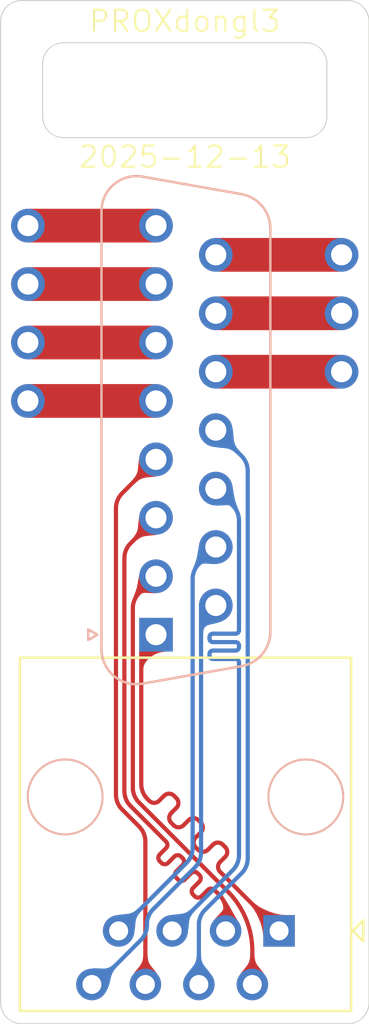
<source format=kicad_pcb>
(kicad_pcb (version 20241229) (generator "pcbnew") (generator_version "9.0")
  (layers (0 "F.Cu" signal) (2 "B.Cu" signal) (13 "F.Paste" user) (15 "B.Paste" user) (5 "F.SilkS" user "F.Silkscreen") (7 "B.SilkS" user "B.Silkscreen") (1 "F.Mask" user) (3 "B.Mask" user) (25 "Edge.Cuts" user))
  (net 0 "")
  (net 1 "unconnected-(J1-P14-Pad14)")
  (net 2 "/ETH7")
  (net 3 "/ETH6")
  (net 4 "unconnected-(J1-P15-Pad15)")
  (net 5 "/ETH1")
  (net 6 "unconnected-(J1-Pad7)")
  (net 7 "/ETH8")
  (net 8 "/ETH5")
  (net 9 "unconnected-(J1-Pad8)")
  (net 10 "unconnected-(J1-P13-Pad13)")
  (net 11 "/ETH4")
  (net 12 "/ETH3")
  (net 13 "unconnected-(J1-Pad6)")
  (net 14 "/ETH2")
  (net 15 "unconnected-(J1-Pad5)")
  (footprint "" (layer "F.Cu") (at 101.3 60.67)
    (property "Reference" "" (at 0 0 0) (layer "F.SilkS") (effects (font (size 1.27 1.27))))
    (property "Value" "")
    (pad "8" thru_hole circle (at 0 0 270) (size 1.6 1.6) (drill 1) (layers "*.Cu" "*.Mask") (net 9 "unconnected-(J1-Pad8)"))
  )
  (footprint "" (layer "F.Cu") (at 116.2 64.825)
    (property "Reference" "" (at 0 0 0) (layer "F.SilkS") (effects (font (size 1.27 1.27))))
    (property "Value" "")
    (pad "14" thru_hole circle (at 0 0 270) (size 1.6 1.6) (drill 1) (layers "*.Cu" "*.Mask") (net 1 "unconnected-(J1-P14-Pad14)"))
  )
  (footprint "" (layer "F.Cu") (at 116.2 67.595)
    (property "Reference" "" (at 0 0 0) (layer "F.SilkS") (effects (font (size 1.27 1.27))))
    (property "Value" "")
    (pad "13" thru_hole circle (at 0 0 270) (size 1.6 1.6) (drill 1) (layers "*.Cu" "*.Mask") (net 10 "unconnected-(J1-P13-Pad13)"))
  )
  (footprint "" (layer "F.Cu") (at 101.304188 63.44)
    (property "Reference" "" (at 0 0 0) (layer "F.SilkS") (effects (font (size 1.27 1.27))))
    (property "Value" "")
    (pad "7" thru_hole circle (at 0 0 270) (size 1.6 1.6) (drill 1) (layers "*.Cu" "*.Mask") (net 6 "unconnected-(J1-Pad7)"))
  )
  (footprint "" (layer "F.Cu") (at 101.3 68.98)
    (property "Reference" "" (at 0 0 0) (layer "F.SilkS") (effects (font (size 1.27 1.27))))
    (property "Value" "")
    (pad "5" thru_hole circle (at 0 0 270) (size 1.6 1.6) (drill 1) (layers "*.Cu" "*.Mask") (net 15 "unconnected-(J1-Pad5)"))
  )
  (footprint "" (layer "F.Cu") (at 116.2 62.055)
    (property "Reference" "" (at 0 0 0) (layer "F.SilkS") (effects (font (size 1.27 1.27))))
    (property "Value" "")
    (pad "15" thru_hole circle (at 0 0 270) (size 1.6 1.6) (drill 1) (layers "*.Cu" "*.Mask") (net 4 "unconnected-(J1-P15-Pad15)"))
  )
  (footprint "" (layer "F.Cu") (at 101.3 66.21)
    (property "Reference" "" (at 0 0 0) (layer "F.SilkS") (effects (font (size 1.27 1.27))))
    (property "Value" "")
    (pad "6" thru_hole circle (at 0 0 270) (size 1.6 1.6) (drill 1) (layers "*.Cu" "*.Mask") (net 13 "unconnected-(J1-Pad6)"))
  )
  (footprint "Connector_RJ:RJ45_OST_PJ012-8P8CX_Vertical" (layer "F.Cu") (at 113.23 94.1 180)
    (property "Reference" "J2" (hide yes))
    (property "Value" "RJ45" (hide yes))
    (fp_line (start 12.31 12.95) (end -3.42 12.95) (stroke (width 0.12)) (layer "F.SilkS"))
    (fp_line (start 12.31 -3.79) (end 12.31 12.95) (stroke (width 0.12)) (layer "F.SilkS"))
    (fp_line (start 12.3 -3.79) (end -3.42 -3.79) (stroke (width 0.12)) (layer "F.SilkS"))
    (fp_line (start -3.42 -3.79) (end -3.42 12.95) (stroke (width 0.12)) (layer "F.SilkS"))
    (fp_line (start -3.5 0) (end -4 -0.5) (stroke (width 0.12)) (layer "F.SilkS"))
    (fp_line (start -4 0.5) (end -3.5 0) (stroke (width 0.12)) (layer "F.SilkS"))
    (fp_line (start -4 -0.5) (end -4 0.5) (stroke (width 0.12)) (layer "F.SilkS"))
    (pad "" np_thru_hole circle (at -1.27 6.35 180) (size 3.65 3.65) (drill 3.45) (layers "*.Cu" "*.SilkS" "*.Mask"))
    (pad "" np_thru_hole circle (at 10.16 6.35 180) (size 3.65 3.65) (drill 3.45) (layers "*.Cu" "*.SilkS" "*.Mask"))
    (pad "1" thru_hole rect (at 0 0 180) (size 1.5 1.5) (drill 0.9) (layers "*.Cu" "*.Mask") (net 5 "/ETH1"))
    (pad "2" thru_hole circle (at 1.27 -2.54 180) (size 1.5 1.5) (drill 0.9) (layers "*.Cu" "*.Mask") (net 14 "/ETH2"))
    (pad "3" thru_hole circle (at 2.54 0 180) (size 1.5 1.5) (drill 0.9) (layers "*.Cu" "*.Mask") (net 12 "/ETH3"))
    (pad "4" thru_hole circle (at 3.81 -2.54 180) (size 1.5 1.5) (drill 0.9) (layers "*.Cu" "*.Mask") (net 11 "/ETH4"))
    (pad "5" thru_hole circle (at 5.08 0 180) (size 1.5 1.5) (drill 0.9) (layers "*.Cu" "*.Mask") (net 8 "/ETH5"))
    (pad "6" thru_hole circle (at 6.35 -2.54 180) (size 1.5 1.5) (drill 0.9) (layers "*.Cu" "*.Mask") (net 3 "/ETH6"))
    (pad "7" thru_hole circle (at 7.62 0 180) (size 1.5 1.5) (drill 0.9) (layers "*.Cu" "*.Mask") (net 2 "/ETH7"))
    (pad "8" thru_hole circle (at 8.89 -2.54 180) (size 1.5 1.5) (drill 0.9) (layers "*.Cu" "*.Mask") (net 7 "/ETH8"))
  )
  (footprint "Connector_Dsub:DSUB-15_Socket_Vertical_P2.77x2.84mm" (layer "B.Cu") (at 107.385 80.06 -90)
    (property "Reference" "J1" (hide yes))
    (property "Value" "DA15_Socket" (hide yes))
    (fp_line (start -0.248149 3.216506) (end 0.251851 3.216506) (stroke (width 0.12)) (layer "B.SilkS"))
    (fp_line (start 0.251851 3.216506) (end 0.001851 2.783493) (stroke (width 0.12)) (layer "B.SilkS"))
    (fp_line (start 0.001851 2.783493) (end -0.248149 3.216506) (stroke (width 0.12)) (layer "B.SilkS"))
    (fp_line (start -20.076689 2.59) (end 0.686689 2.59) (stroke (width 0.12)) (layer "B.SilkS"))
    (fp_line (start 2.32147 0.641744) (end 1.492733 -4.058256) (stroke (width 0.12)) (layer "B.SilkS"))
    (fp_line (start -20.882733 -4.058256) (end -21.71147 0.641744) (stroke (width 0.12)) (layer "B.SilkS"))
    (fp_line (start -0.142048 -5.43) (end -19.247952 -5.43) (stroke (width 0.12)) (layer "B.SilkS"))
    (fp_arc (start -20.076689 2.59) (mid -21.348323 1.997027) (end -21.71147 0.641744) (stroke (width 0.12)) (layer "B.SilkS"))
    (fp_arc (start 2.32147 0.641744) (mid 1.958323 1.997027) (end 0.686689 2.59) (stroke (width 0.12)) (layer "B.SilkS"))
    (fp_arc (start -20.882733 -4.058256) (mid -20.31498 -5.041634) (end -19.247952 -5.43) (stroke (width 0.12)) (layer "B.SilkS"))
    (fp_arc (start -0.142048 -5.43) (mid 0.92498 -5.041634) (end 1.492733 -4.058256) (stroke (width 0.12)) (layer "B.SilkS"))
    (pad "1" thru_hole rect (at 0 0 270) (size 1.6 1.6) (drill 1) (layers "*.Cu" "*.Mask") (net 5 "/ETH1"))
    (pad "2" thru_hole circle (at -2.77 0 270) (size 1.6 1.6) (drill 1) (layers "*.Cu" "*.Mask") (net 14 "/ETH2"))
    (pad "3" thru_hole circle (at -5.54 0 270) (size 1.6 1.6) (drill 1) (layers "*.Cu" "*.Mask") (net 12 "/ETH3"))
    (pad "4" thru_hole circle (at -8.31 0 270) (size 1.6 1.6) (drill 1) (layers "*.Cu" "*.Mask") (net 3 "/ETH6"))
    (pad "5" thru_hole circle (at -11.08 0 270) (size 1.6 1.6) (drill 1) (layers "*.Cu" "*.Mask") (net 15 "unconnected-(J1-Pad5)"))
    (pad "6" thru_hole circle (at -13.85 0 270) (size 1.6 1.6) (drill 1) (layers "*.Cu" "*.Mask") (net 13 "unconnected-(J1-Pad6)"))
    (pad "7" thru_hole circle (at -16.62 0 270) (size 1.6 1.6) (drill 1) (layers "*.Cu" "*.Mask") (net 6 "unconnected-(J1-Pad7)"))
    (pad "8" thru_hole circle (at -19.39 0 270) (size 1.6 1.6) (drill 1) (layers "*.Cu" "*.Mask") (net 9 "unconnected-(J1-Pad8)"))
    (pad "9" thru_hole circle (at -1.385 -2.84 270) (size 1.6 1.6) (drill 1) (layers "*.Cu" "*.Mask") (net 7 "/ETH8"))
    (pad "10" thru_hole circle (at -4.155 -2.84 270) (size 1.6 1.6) (drill 1) (layers "*.Cu" "*.Mask") (net 2 "/ETH7"))
    (pad "11" thru_hole circle (at -6.925 -2.84 270) (size 1.6 1.6) (drill 1) (layers "*.Cu" "*.Mask") (net 8 "/ETH5"))
    (pad "12" thru_hole circle (at -9.695 -2.84 270) (size 1.6 1.6) (drill 1) (layers "*.Cu" "*.Mask") (net 11 "/ETH4"))
    (pad "13" thru_hole circle (at -12.465 -2.84 270) (size 1.6 1.6) (drill 1) (layers "*.Cu" "*.Mask") (net 10 "unconnected-(J1-P13-Pad13)"))
    (pad "14" thru_hole circle (at -15.235 -2.84 270) (size 1.6 1.6) (drill 1) (layers "*.Cu" "*.Mask") (net 1 "unconnected-(J1-P14-Pad14)"))
    (pad "15" thru_hole circle (at -18.005 -2.84 270) (size 1.6 1.6) (drill 1) (layers "*.Cu" "*.Mask") (net 4 "unconnected-(J1-P15-Pad15)"))
  )
  (gr_line (start 114.5 56.5) (end 103 56.5) (stroke (width 0.05)) (layer "Edge.Cuts"))
  (gr_line (start 100 97.5) (end 100 51) (stroke (width 0.05)) (layer "Edge.Cuts"))
  (gr_line (start 117.5 51) (end 117.5 97.5) (stroke (width 0.05)) (layer "Edge.Cuts"))
  (gr_arc (start 115.5 55.5) (mid 115.207107 56.207107) (end 114.5 56.5) (stroke (width 0.05)) (layer "Edge.Cuts"))
  (gr_line (start 101 50) (end 116.5 50) (stroke (width 0.05)) (layer "Edge.Cuts"))
  (gr_arc (start 116.5 50) (mid 117.207107 50.292893) (end 117.5 51) (stroke (width 0.05)) (layer "Edge.Cuts"))
  (gr_arc (start 114.5 52) (mid 115.207107 52.292893) (end 115.5 53) (stroke (width 0.05)) (layer "Edge.Cuts"))
  (gr_arc (start 101 98.5) (mid 100.292893 98.207107) (end 100 97.5) (stroke (width 0.05)) (layer "Edge.Cuts"))
  (gr_line (start 102 55.5) (end 102 53) (stroke (width 0.05)) (layer "Edge.Cuts"))
  (gr_line (start 116.5 98.5) (end 101 98.5) (stroke (width 0.05)) (layer "Edge.Cuts"))
  (gr_line (start 103 52) (end 114.5 52) (stroke (width 0.05)) (layer "Edge.Cuts"))
  (gr_arc (start 102 53) (mid 102.292893 52.292893) (end 103 52) (stroke (width 0.05)) (layer "Edge.Cuts"))
  (gr_line (start 115.5 53) (end 115.5 55.5) (stroke (width 0.05)) (layer "Edge.Cuts"))
  (gr_arc (start 117.5 97.5) (mid 117.207107 98.207107) (end 116.5 98.5) (stroke (width 0.05)) (layer "Edge.Cuts"))
  (gr_arc (start 103 56.5) (mid 102.292893 56.207107) (end 102 55.5) (stroke (width 0.05)) (layer "Edge.Cuts"))
  (gr_arc (start 100 51) (mid 100.292893 50.292893) (end 101 50) (stroke (width 0.05)) (layer "Edge.Cuts"))
  (gr_text "PROXdongl3\n\n\n\n2025-12-13" (at 108.75 58 0) (layer "F.SilkS") (effects (font (size 1 1) (thickness 0.1)) (justify bottom)))
  (segment (start 110.225 64.825) (end 116.2 64.825) (width 1.6) (layers "F.Cu" "F.Mask") (net 1))
  (segment (start 109.416893 76.713107) (end 110.225 75.905) (width 0.2) (layer "B.Cu") (net 2))
  (segment (start 109.124 90.171786) (end 109.124 77.420214) (width 0.2) (layer "B.Cu") (net 2))
  (segment (start 105.61 94.1) (end 108.831107 90.878893) (width 0.2) (layer "B.Cu") (net 2))
  (segment (start 105.61 94.1) (end 105.5 93.99) (width 0.2) (layer "B.Cu") (net 2))
  (arc (start 109.416893 76.713107) (mid 109.20012 77.03753) (end 109.124 77.420214) (width 0.2) (layer "B.Cu") (net 2))
  (arc (start 108.831107 90.878893) (mid 109.04788 90.55447) (end 109.124 90.171786) (width 0.2) (layer "B.Cu") (net 2))
  (segment (start 106.88 96.64) (end 106.88 89.865514) (width 0.2) (layer "F.Cu") (net 3))
  (segment (start 105.482 87.639086) (end 105.482 74.067214) (width 0.2) (layer "F.Cu") (net 3))
  (segment (start 106.587107 89.158407) (end 105.774893 88.346193) (width 0.2) (layer "F.Cu") (net 3))
  (segment (start 105.774893 73.360107) (end 107.385 71.75) (width 0.2) (layer "F.Cu") (net 3))
  (arc (start 106.587107 89.158407) (mid 106.80388 89.48283) (end 106.88 89.865514) (width 0.2) (layer "F.Cu") (net 3))
  (arc (start 105.774893 73.360107) (mid 105.55812 73.68453) (end 105.482 74.067214) (width 0.2) (layer "F.Cu") (net 3))
  (arc (start 105.774893 88.346193) (mid 105.55812 88.02177) (end 105.482 87.639086) (width 0.2) (layer "F.Cu") (net 3))
  (segment (start 110.225 62.055) (end 116.2 62.055) (width 1.6) (layers "F.Cu" "F.Mask") (net 4))
  (segment (start 109.268343 90.138343) (end 109.38431 90.25431) (width 0.2) (layer "F.Cu") (net 5))
  (segment (start 110.671244 90.590893) (end 110.427998 90.834136) (width 0.2) (layer "F.Cu") (net 5))
  (segment (start 110.555279 90.011066) (end 110.671244 90.127031) (width 0.2) (layer "F.Cu") (net 5))
  (segment (start 110.427998 91.297998) (end 110.543965 91.413965) (width 0.2) (layer "F.Cu") (net 5))
  (segment (start 108.351934 88.271583) (end 108.108688 88.514826) (width 0.2) (layer "F.Cu") (net 5))
  (segment (start 110.543965 91.413965) (end 111.065 91.935) (width 0.2) (layer "F.Cu") (net 5))
  (segment (start 109.848172 90.25431) (end 110.091417 90.011066) (width 0.2) (layer "F.Cu") (net 5))
  (segment (start 106.685 80.76) (end 106.685 87.140786) (width 0.2) (layer "F.Cu") (net 5))
  (segment (start 107.385 80.06) (end 106.977893 80.467107) (width 0.2) (layer "F.Cu") (net 5))
  (segment (start 109.395624 88.851411) (end 109.511589 88.967376) (width 0.2) (layer "F.Cu") (net 5))
  (segment (start 106.977893 87.847893) (end 107.065 87.935) (width 0.2) (layer "F.Cu") (net 5))
  (segment (start 107.528862 87.935) (end 107.772107 87.691756) (width 0.2) (layer "F.Cu") (net 5))
  (segment (start 109.511589 89.431238) (end 109.268343 89.674481) (width 0.2) (layer "F.Cu") (net 5))
  (segment (start 108.108688 88.978688) (end 108.224655 89.094655) (width 0.2) (layer "F.Cu") (net 5))
  (segment (start 111.065 91.935) (end 113.23 94.1) (width 0.2) (layer "F.Cu") (net 5))
  (segment (start 107.385 80.06) (end 106.685 80.76) (width 0.2) (layer "F.Cu") (net 5))
  (segment (start 108.235969 87.691756) (end 108.351934 87.807721) (width 0.2) (layer "F.Cu") (net 5))
  (segment (start 108.688517 89.094655) (end 108.931762 88.851411) (width 0.2) (layer "F.Cu") (net 5))
  (arc (start 110.671244 90.127031) (mid 110.767313 90.358962) (end 110.671244 90.590893) (width 0.2) (layer "F.Cu") (net 5))
  (arc (start 107.065 87.935) (mid 107.296931 88.031069) (end 107.528862 87.935) (width 0.2) (layer "F.Cu") (net 5))
  (arc (start 109.268343 89.674481) (mid 109.172274 89.906412) (end 109.268343 90.138343) (width 0.2) (layer "F.Cu") (net 5))
  (arc (start 109.511589 88.967376) (mid 109.607658 89.199307) (end 109.511589 89.431238) (width 0.2) (layer "F.Cu") (net 5))
  (arc (start 108.351934 87.807721) (mid 108.448003 88.039652) (end 108.351934 88.271583) (width 0.2) (layer "F.Cu") (net 5))
  (arc (start 110.091417 90.011066) (mid 110.323348 89.914997) (end 110.555279 90.011066) (width 0.2) (layer "F.Cu") (net 5))
  (arc (start 106.685 87.140786) (mid 106.76112 87.52347) (end 106.977893 87.847893) (width 0.2) (layer "F.Cu") (net 5))
  (arc (start 108.224655 89.094655) (mid 108.456586 89.190724) (end 108.688517 89.094655) (width 0.2) (layer "F.Cu") (net 5))
  (arc (start 107.772107 87.691756) (mid 108.004038 87.595687) (end 108.235969 87.691756) (width 0.2) (layer "F.Cu") (net 5))
  (arc (start 108.931762 88.851411) (mid 109.163693 88.755342) (end 109.395624 88.851411) (width 0.2) (layer "F.Cu") (net 5))
  (arc (start 110.427998 90.834136) (mid 110.331929 91.066067) (end 110.427998 91.297998) (width 0.2) (layer "F.Cu") (net 5))
  (arc (start 108.108688 88.514826) (mid 108.012619 88.746757) (end 108.108688 88.978688) (width 0.2) (layer "F.Cu") (net 5))
  (arc (start 109.38431 90.25431) (mid 109.616241 90.350379) (end 109.848172 90.25431) (width 0.2) (layer "F.Cu") (net 5))
  (segment (start 107.385 63.44) (end 101.3 63.44) (width 1.6) (layers "F.Cu" "F.Mask") (net 6))
  (segment (start 107.246786 93.078875) (end 109.232107 91.093554) (width 0.2) (layer "B.Cu") (net 7))
  (segment (start 106.953893 93.828232) (end 106.953893 93.785982) (width 0.2) (layer "B.Cu") (net 7))
  (segment (start 109.525 90.386447) (end 109.525 79.789214) (width 0.2) (layer "B.Cu") (net 7))
  (segment (start 104.556339 96.64) (end 106.661 94.535339) (width 0.2) (layer "B.Cu") (net 7))
  (segment (start 104.34 96.64) (end 104.556339 96.64) (width 0.2) (layer "B.Cu") (net 7))
  (segment (start 109.817893 79.082107) (end 110.225 78.675) (width 0.2) (layer "B.Cu") (net 7))
  (arc (start 109.525 79.789214) (mid 109.60112 79.406531) (end 109.817893 79.082107) (width 0.2) (layer "B.Cu") (net 7))
  (arc (start 106.953893 93.785982) (mid 107.030013 93.403299) (end 107.246786 93.078875) (width 0.2) (layer "B.Cu") (net 7))
  (arc (start 106.661 94.535339) (mid 106.877773 94.210916) (end 106.953893 93.828232) (width 0.2) (layer "B.Cu") (net 7))
  (arc (start 109.232107 91.093554) (mid 109.44888 90.76913) (end 109.525 90.386447) (width 0.2) (layer "B.Cu") (net 7))
  (segment (start 111.326 81.45231) (end 111.326 82.08103) (width 0.2) (layer "B.Cu") (net 8))
  (segment (start 111.326 80.57231) (end 111.326 80.65231) (width 0.2) (layer "B.Cu") (net 8))
  (segment (start 111.326 79.77128) (end 111.326 79.85231) (width 0.2) (layer "B.Cu") (net 8))
  (segment (start 110.086 81.21231) (end 111.166 81.21231) (width 0.2) (layer "B.Cu") (net 8))
  (segment (start 110.086 80.41231) (end 111.166 80.41231) (width 0.2) (layer "B.Cu") (net 8))
  (segment (start 109.926 80.97231) (end 109.926 81.05231) (width 0.2) (layer "B.Cu") (net 8))
  (segment (start 109.926 80.17231) (end 109.926 80.25231) (width 0.2) (layer "B.Cu") (net 8))
  (segment (start 111.326 84.762506) (end 111.326 90.509786) (width 0.2) (layer "B.Cu") (net 8))
  (segment (start 111.033107 91.216893) (end 108.15 94.1) (width 0.2) (layer "B.Cu") (net 8))
  (segment (start 111.166 80.01231) (end 110.086 80.01231) (width 0.2) (layer "B.Cu") (net 8))
  (segment (start 110.225 73.135) (end 111.033107 73.943107) (width 0.2) (layer "B.Cu") (net 8))
  (segment (start 111.326 81.37231) (end 111.326 81.45231) (width 0.2) (layer "B.Cu") (net 8))
  (segment (start 111.166 80.81231) (end 110.086 80.81231) (width 0.2) (layer "B.Cu") (net 8))
  (segment (start 111.326 82.08103) (end 111.326 84.762506) (width 0.2) (layer "B.Cu") (net 8))
  (segment (start 111.326 74.650214) (end 111.326 79.77128) (width 0.2) (layer "B.Cu") (net 8))
  (arc (start 109.926 80.25231) (mid 109.972863 80.365447) (end 110.086 80.41231) (width 0.2) (layer "B.Cu") (net 8))
  (arc (start 111.326 90.509786) (mid 111.24988 90.892469) (end 111.033107 91.216893) (width 0.2) (layer "B.Cu") (net 8))
  (arc (start 111.326 79.85231) (mid 111.279137 79.965447) (end 111.166 80.01231) (width 0.2) (layer "B.Cu") (net 8))
  (arc (start 110.086 80.01231) (mid 109.972863 80.059173) (end 109.926 80.17231) (width 0.2) (layer "B.Cu") (net 8))
  (arc (start 110.086 80.81231) (mid 109.972863 80.859173) (end 109.926 80.97231) (width 0.2) (layer "B.Cu") (net 8))
  (arc (start 111.033107 73.943107) (mid 111.24988 74.267531) (end 111.326 74.650214) (width 0.2) (layer "B.Cu") (net 8))
  (arc (start 109.926 81.05231) (mid 109.972863 81.165447) (end 110.086 81.21231) (width 0.2) (layer "B.Cu") (net 8))
  (arc (start 111.326 80.65231) (mid 111.279137 80.765447) (end 111.166 80.81231) (width 0.2) (layer "B.Cu") (net 8))
  (arc (start 111.166 81.21231) (mid 111.279137 81.259173) (end 111.326 81.37231) (width 0.2) (layer "B.Cu") (net 8))
  (arc (start 111.166 80.41231) (mid 111.279137 80.459173) (end 111.326 80.57231) (width 0.2) (layer "B.Cu") (net 8))
  (segment (start 107.379675 60.664675) (end 107.385 60.67) (width 0.2) (layer "F.Cu") (net 9))
  (segment (start 107.385 60.67) (end 101.3 60.67) (width 1.6) (layers "F.Cu" "F.Mask") (net 9))
  (segment (start 110.225 67.595) (end 116.2 67.595) (width 1.6) (layers "F.Cu" "F.Mask") (net 10))
  (segment (start 109.42 93.811314) (end 109.42 96.64) (width 0.2) (layer "B.Cu") (net 11))
  (segment (start 111.448107 91.368993) (end 109.712893 93.104207) (width 0.2) (layer "B.Cu") (net 11))
  (segment (start 111.741 72.295214) (end 111.741 90.661886) (width 0.2) (layer "B.Cu") (net 11))
  (segment (start 110.225 70.365) (end 111.448107 71.588107) (width 0.2) (layer "B.Cu") (net 11))
  (arc (start 109.712893 93.104207) (mid 109.49612 93.42863) (end 109.42 93.811314) (width 0.2) (layer "B.Cu") (net 11))
  (arc (start 111.448107 71.588107) (mid 111.66488 71.91253) (end 111.741 72.295214) (width 0.2) (layer "B.Cu") (net 11))
  (arc (start 111.741 90.661886) (mid 111.66488 91.044569) (end 111.448107 91.368993) (width 0.2) (layer "B.Cu") (net 11))
  (segment (start 108.573004 90.577203) (end 108.652202 90.656402) (width 0.2) (layer "F.Cu") (net 12))
  (segment (start 110.23612 92.24032) (end 110.397107 92.401307) (width 0.2) (layer "F.Cu") (net 12))
  (segment (start 107.957822 90.875603) (end 108.256221 90.577203) (width 0.2) (layer "F.Cu") (net 12))
  (segment (start 105.883 87.472986) (end 105.883 76.436214) (width 0.2) (layer "F.Cu") (net 12))
  (segment (start 107.740299 89.744499) (end 107.860243 89.864443) (width 0.2) (layer "F.Cu") (net 12))
  (segment (start 110.156922 92.161121) (end 110.23612 92.24032) (width 0.2) (layer "F.Cu") (net 12))
  (segment (start 110.69 93.108414) (end 110.69 94.1) (width 0.2) (layer "F.Cu") (net 12))
  (segment (start 106.175893 75.729107) (end 107.385 74.52) (width 0.2) (layer "F.Cu") (net 12))
  (segment (start 108.353802 91.588367) (end 108.432997 91.667562) (width 0.2) (layer "F.Cu") (net 12))
  (segment (start 109.54174 92.459521) (end 109.840139 92.161121) (width 0.2) (layer "F.Cu") (net 12))
  (segment (start 107.740299 89.744499) (end 107.732803 89.737003) (width 0.2) (layer "F.Cu") (net 12))
  (segment (start 108.652202 90.973185) (end 108.353802 91.271584) (width 0.2) (layer "F.Cu") (net 12))
  (segment (start 109.145761 92.380326) (end 109.224956 92.459521) (width 0.2) (layer "F.Cu") (net 12))
  (segment (start 107.561843 90.796408) (end 107.641038 90.875603) (width 0.2) (layer "F.Cu") (net 12))
  (segment (start 107.860243 90.181226) (end 107.561843 90.479625) (width 0.2) (layer "F.Cu") (net 12))
  (segment (start 109.444161 91.765144) (end 109.145761 92.063543) (width 0.2) (layer "F.Cu") (net 12))
  (segment (start 109.364963 91.369162) (end 109.444161 91.448361) (width 0.2) (layer "F.Cu") (net 12))
  (segment (start 107.732803 89.737003) (end 106.175893 88.180093) (width 0.2) (layer "F.Cu") (net 12))
  (segment (start 108.749781 91.667562) (end 109.04818 91.369162) (width 0.2) (layer "F.Cu") (net 12))
  (arc (start 108.256221 90.577203) (mid 108.414612 90.511595) (end 108.573004 90.577203) (width 0.2) (layer "F.Cu") (net 12))
  (arc (start 109.444161 91.448361) (mid 109.509768 91.606753) (end 109.444161 91.765144) (width 0.2) (layer "F.Cu") (net 12))
  (arc (start 109.04818 91.369162) (mid 109.206571 91.303554) (end 109.364963 91.369162) (width 0.2) (layer "F.Cu") (net 12))
  (arc (start 109.840139 92.161121) (mid 109.99853 92.095513) (end 110.156922 92.161121) (width 0.2) (layer "F.Cu") (net 12))
  (arc (start 109.145761 92.063543) (mid 109.080153 92.221934) (end 109.145761 92.380326) (width 0.2) (layer "F.Cu") (net 12))
  (arc (start 110.397107 92.401307) (mid 110.61388 92.725731) (end 110.69 93.108414) (width 0.2) (layer "F.Cu") (net 12))
  (arc (start 108.353802 91.271584) (mid 108.288194 91.429975) (end 108.353802 91.588367) (width 0.2) (layer "F.Cu") (net 12))
  (arc (start 106.175893 88.180093) (mid 105.95912 87.855669) (end 105.883 87.472986) (width 0.2) (layer "F.Cu") (net 12))
  (arc (start 107.641038 90.875603) (mid 107.79943 90.941211) (end 107.957822 90.875603) (width 0.2) (layer "F.Cu") (net 12))
  (arc (start 109.224956 92.459521) (mid 109.383348 92.525129) (end 109.54174 92.459521) (width 0.2) (layer "F.Cu") (net 12))
  (arc (start 108.432997 91.667562) (mid 108.591389 91.73317) (end 108.749781 91.667562) (width 0.2) (layer "F.Cu") (net 12))
  (arc (start 107.860243 89.864443) (mid 107.92585 90.022835) (end 107.860243 90.181226) (width 0.2) (layer "F.Cu") (net 12))
  (arc (start 105.883 76.436214) (mid 105.95912 76.053531) (end 106.175893 75.729107) (width 0.2) (layer "F.Cu") (net 12))
  (arc (start 107.561843 90.479625) (mid 107.496235 90.638016) (end 107.561843 90.796408) (width 0.2) (layer "F.Cu") (net 12))
  (arc (start 108.652202 90.656402) (mid 108.717809 90.814794) (end 108.652202 90.973185) (width 0.2) (layer "F.Cu") (net 12))
  (segment (start 107.385 66.21) (end 101.3 66.21) (width 1.6) (layers "F.Cu" "F.Mask") (net 13))
  (segment (start 111.96 96.64) (end 111.96 95.064265) (width 0.2) (layer "F.Cu") (net 14))
  (segment (start 110.781137 92.218237) (end 106.576893 88.013993) (width 0.2) (layer "F.Cu") (net 14))
  (segment (start 106.576893 78.098107) (end 107.385 77.29) (width 0.2) (layer "F.Cu") (net 14))
  (segment (start 106.284 87.306886) (end 106.284 78.805214) (width 0.2) (layer "F.Cu") (net 14))
  (arc (start 106.576893 88.013993) (mid 106.36012 87.68957) (end 106.284 87.306886) (width 0.2) (layer "F.Cu") (net 14))
  (arc (start 106.576893 78.098107) (mid 106.36012 78.42253) (end 106.284 78.805214) (width 0.2) (layer "F.Cu") (net 14))
  (arc (start 111.96 95.064265) (mid 111.653623 93.524006) (end 110.781137 92.218237) (width 0.2) (layer "F.Cu") (net 14))
  (segment (start 107.385 68.98) (end 101.3 68.98) (width 1.6) (layers "F.Cu" "F.Mask") (net 15))
)
</source>
